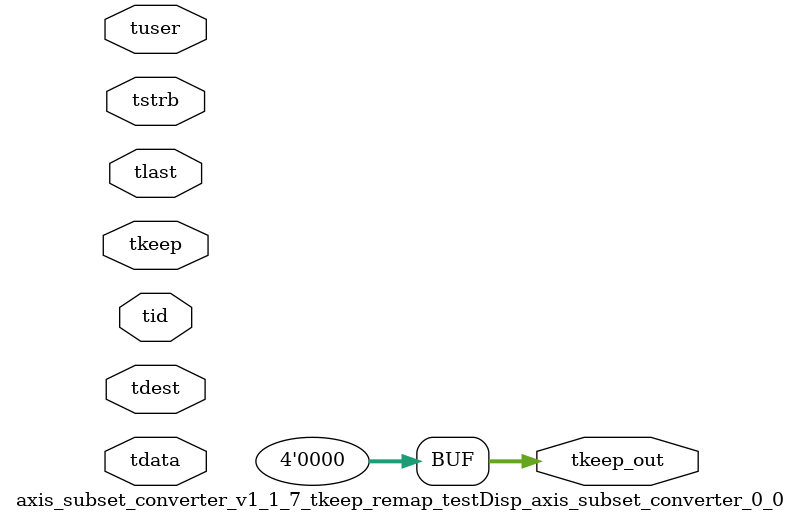
<source format=v>


`timescale 1ps/1ps

module axis_subset_converter_v1_1_7_tkeep_remap_testDisp_axis_subset_converter_0_0 #
(
parameter C_S_AXIS_TDATA_WIDTH = 32,
parameter C_S_AXIS_TUSER_WIDTH = 0,
parameter C_S_AXIS_TID_WIDTH   = 0,
parameter C_S_AXIS_TDEST_WIDTH = 0,
parameter C_M_AXIS_TDATA_WIDTH = 32
)
(
input  [(C_S_AXIS_TDATA_WIDTH == 0 ? 1 : C_S_AXIS_TDATA_WIDTH)-1:0     ] tdata,
input  [(C_S_AXIS_TUSER_WIDTH == 0 ? 1 : C_S_AXIS_TUSER_WIDTH)-1:0     ] tuser,
input  [(C_S_AXIS_TID_WIDTH   == 0 ? 1 : C_S_AXIS_TID_WIDTH)-1:0       ] tid,
input  [(C_S_AXIS_TDEST_WIDTH == 0 ? 1 : C_S_AXIS_TDEST_WIDTH)-1:0     ] tdest,
input  [(C_S_AXIS_TDATA_WIDTH/8)-1:0 ] tkeep,
input  [(C_S_AXIS_TDATA_WIDTH/8)-1:0 ] tstrb,
input                                                                    tlast,
output [(C_M_AXIS_TDATA_WIDTH/8)-1:0 ] tkeep_out
);

assign tkeep_out = {1'b0};

endmodule


</source>
